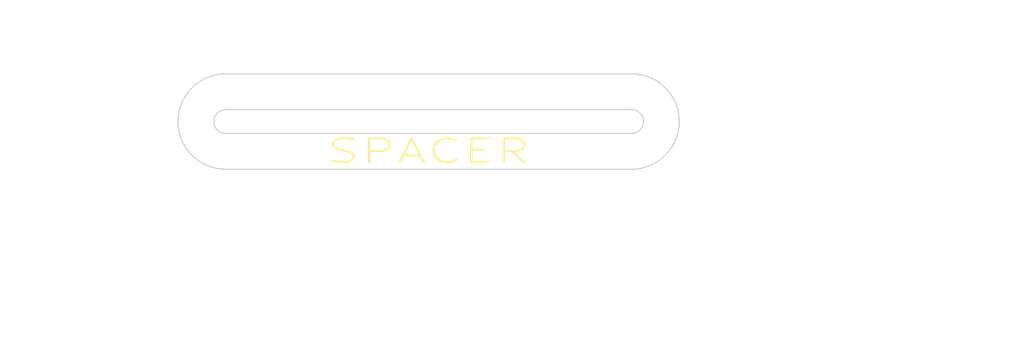
<source format=kicad_pcb>
(kicad_pcb (version 20221018) (generator pcbnew)

  (general
    (thickness 1.6)
  )

  (paper "USLetter")
  (title_block
    (title "NucleoTNC Spacer")
    (date "2020-05-05")
    (rev "B")
    (company "Mobilinkd TNC")
    (comment 1 "1.6mm FR4")
  )

  (layers
    (0 "F.Cu" signal)
    (31 "B.Cu" signal)
    (32 "B.Adhes" user "B.Adhesive")
    (33 "F.Adhes" user "F.Adhesive")
    (34 "B.Paste" user)
    (35 "F.Paste" user)
    (36 "B.SilkS" user "B.Silkscreen")
    (37 "F.SilkS" user "F.Silkscreen")
    (38 "B.Mask" user)
    (39 "F.Mask" user)
    (40 "Dwgs.User" user "User.Drawings")
    (41 "Cmts.User" user "User.Comments")
    (42 "Eco1.User" user "User.Eco1")
    (43 "Eco2.User" user "User.Eco2")
    (44 "Edge.Cuts" user)
    (45 "Margin" user)
    (46 "B.CrtYd" user "B.Courtyard")
    (47 "F.CrtYd" user "F.Courtyard")
    (48 "B.Fab" user)
    (49 "F.Fab" user)
  )

  (setup
    (pad_to_mask_clearance 0.051)
    (solder_mask_min_width 0.25)
    (pcbplotparams
      (layerselection 0x00210e0_7ffffffe)
      (plot_on_all_layers_selection 0x0000000_00000000)
      (disableapertmacros false)
      (usegerberextensions false)
      (usegerberattributes false)
      (usegerberadvancedattributes false)
      (creategerberjobfile false)
      (dashed_line_dash_ratio 12.000000)
      (dashed_line_gap_ratio 3.000000)
      (svgprecision 4)
      (plotframeref false)
      (viasonmask false)
      (mode 1)
      (useauxorigin false)
      (hpglpennumber 1)
      (hpglpenspeed 20)
      (hpglpendiameter 15.000000)
      (dxfpolygonmode true)
      (dxfimperialunits true)
      (dxfusepcbnewfont true)
      (psnegative false)
      (psa4output false)
      (plotreference true)
      (plotvalue true)
      (plotinvisibletext false)
      (sketchpadsonfab false)
      (subtractmaskfromsilk false)
      (outputformat 1)
      (mirror false)
      (drillshape 0)
      (scaleselection 1)
      (outputdirectory "Gerbers/")
    )
  )

  (net 0 "")

  (gr_arc (start 152 88) (mid 150.585786 87.414214) (end 150 86)
    (stroke (width 0.05) (type solid)) (layer "Edge.Cuts") (tstamp 00000000-0000-0000-0000-00005eb211e0))
  (gr_line (start 152 84) (end 169 84)
    (stroke (width 0.05) (type solid)) (layer "Edge.Cuts") (tstamp 00000000-0000-0000-0000-00005eb211e3))
  (gr_arc (start 171 86) (mid 170.414214 87.414214) (end 169 88)
    (stroke (width 0.05) (type solid)) (layer "Edge.Cuts") (tstamp 00000000-0000-0000-0000-00005eb211e6))
  (gr_arc (start 169 84) (mid 170.414214 84.585786) (end 171 86)
    (stroke (width 0.05) (type solid)) (layer "Edge.Cuts") (tstamp 00000000-0000-0000-0000-00005eb211ef))
  (gr_arc (start 150 86) (mid 150.585786 84.585786) (end 152 84)
    (stroke (width 0.05) (type solid)) (layer "Edge.Cuts") (tstamp 00000000-0000-0000-0000-00005eb211f2))
  (gr_line (start 152 88) (end 169 88)
    (stroke (width 0.05) (type solid)) (layer "Edge.Cuts") (tstamp 00000000-0000-0000-0000-00005eb211f5))
  (gr_line (start 152 86.5) (end 169 86.5)
    (stroke (width 0.05) (type solid)) (layer "Edge.Cuts") (tstamp 00000000-0000-0000-0000-00005eb21275))
  (gr_arc (start 152 86.5) (mid 151.5 86) (end 152 85.5)
    (stroke (width 0.05) (type solid)) (layer "Edge.Cuts") (tstamp c5a9bb69-b50d-49a4-9a21-5df57948980b))
  (gr_arc (start 169 85.5) (mid 169.5 86) (end 169 86.5)
    (stroke (width 0.05) (type solid)) (layer "Edge.Cuts") (tstamp cdaee3ee-6cf7-4fa3-aab5-ff7ceccaacd5))
  (gr_line (start 152 85.5) (end 169 85.5)
    (stroke (width 0.05) (type solid)) (layer "Edge.Cuts") (tstamp ef574bc9-aa7c-4d19-b1bf-93c495b2c175))
  (gr_circle (center 161 84.75) (end 161 85.25)
    (stroke (width 0.15) (type solid)) (fill none) (layer "F.Fab") (tstamp 7871047d-7b87-4b65-8490-5b615b1e0106))
  (gr_line (start 161.5 84.5) (end 164 82.5)
    (stroke (width 0.15) (type solid)) (layer "F.Fab") (tstamp 9714685f-1b17-44c1-8505-c6a1586cbebd))
  (gr_line (start 164 82.5) (end 165.25 82.5)
    (stroke (width 0.15) (type solid)) (layer "F.Fab") (tstamp aa56b39d-26d0-4c38-a40a-9c5ebe45466d))
  (gr_text "SPACER" (at 160.5 87.25) (layer "F.SilkS") (tstamp f5eeb60d-7f08-4675-8e35-1e77c16bc8c1)
    (effects (font (size 1 1.5) (thickness 0.1)))
  )
  (gr_text "Please place Production Code here on front silkscreen." (at 164 81.75) (layer "F.Fab") (tstamp a93c2042-e07e-409c-b9fe-6b1fdc9b1853)
    (effects (font (size 1 1) (thickness 0.15)))
  )
  (dimension (type aligned) (layer "Dwgs.User") (tstamp 00000000-0000-0000-0000-00005eb211ea)
    (pts (xy 165.75 88) (xy 165.75 84))
    (height 9.75)
    (gr_text "4.0000 mm" (at 174.35 86 90) (layer "Dwgs.User") (tstamp 00000000-0000-0000-0000-00005eb211ea)
      (effects (font (size 1 1) (thickness 0.15)))
    )
    (format (prefix "") (suffix "") (units 2) (units_format 1) (precision 4))
    (style (thickness 0.12) (arrow_length 1.27) (text_position_mode 0) (extension_height 0.58642) (extension_offset 0) keep_text_aligned)
  )
  (dimension (type aligned) (layer "Dwgs.User") (tstamp d31b4e63-a8ea-48ce-b25a-649c4af60874)
    (pts (xy 171 85.75) (xy 150 86))
    (height -9.243391)
    (gr_text "21.0015 mm" (at 160.596343 93.967817 0.6820603932) (layer "Dwgs.User") (tstamp d31b4e63-a8ea-48ce-b25a-649c4af60874)
      (effects (font (size 1 1) (thickness 0.15)))
    )
    (format (prefix "") (suffix "") (units 2) (units_format 1) (precision 4))
    (style (thickness 0.15) (arrow_length 1.27) (text_position_mode 0) (extension_height 0.58642) (extension_offset 0) keep_text_aligned)
  )
  (dimension (type aligned) (layer "Dwgs.User") (tstamp f2be7ae5-8977-47d0-b5c8-e5b9847cbd6b)
    (pts (xy 151.5 86) (xy 169.5 86))
    (height 4.75)
    (gr_text "18.0000 mm" (at 160.5 89.6) (layer "Dwgs.User") (tstamp f2be7ae5-8977-47d0-b5c8-e5b9847cbd6b)
      (effects (font (size 1 1) (thickness 0.15)))
    )
    (format (prefix "") (suffix "") (units 2) (units_format 1) (precision 4))
    (style (thickness 0.15) (arrow_length 1.27) (text_position_mode 0) (extension_height 0.58642) (extension_offset 0) keep_text_aligned)
  )

)

</source>
